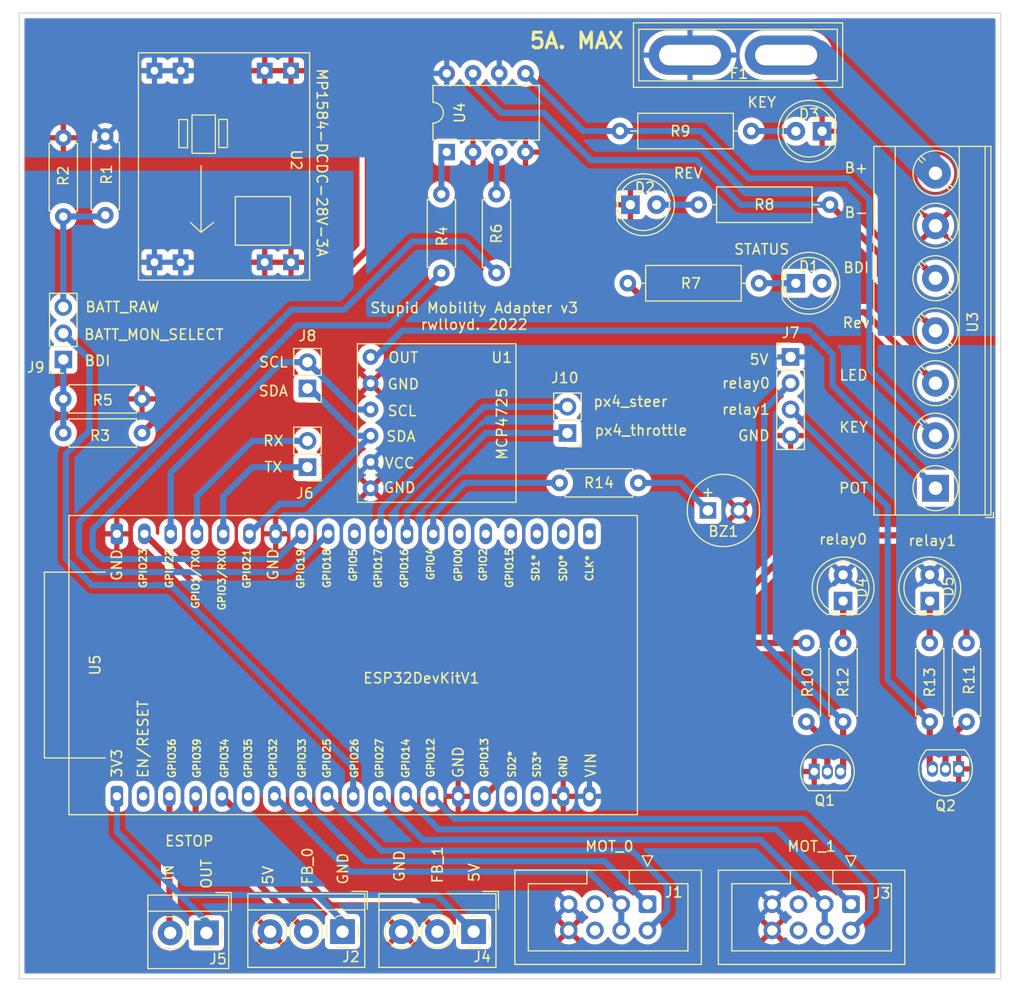
<source format=kicad_pcb>
(kicad_pcb (version 20211014) (generator pcbnew)
  (title_block (date "jeu. 02 avril 2015"))
  (layers (0 "F.Cu" signal) (31 "B.Cu" signal) (34 "B.Paste" user) (35 "F.Paste" user) (36 "B.SilkS" user "B.Silkscreen") (37 "F.SilkS" user "F.Silkscreen") (38 "B.Mask" user) (39 "F.Mask" user) (44 "Edge.Cuts" user))
  (net 0 "")
  (net 1 "/TX")
  (net 2 "/RX")
  (net 4 "/ACT0_FB")
  (net 5 "/ACT1_FB")
  (net 6 "/ESTOP_IN")
  (net 7 "/BTS0_IS")
  (net 8 "/MOB_EN")
  (net 10 "/MOB_DIR")
  (net 11 "/SDA")
  (net 12 "/BTS0_EN")
  (net 13 "/SCL")
  (net 14 "/BTS0_RPWM")
  (net 15 "/BATT_MON")
  (net 16 "/BTS0_LPWM")
  (net 17 "/BTS1_EN")
  (net 18 "VDD")
  (net 19 "/BTS1_RPWM")
  (net 21 "/BTS1_LPWM")
  (net 22 "Net-(D1-Pad1)")
  (net 23 "/KEY_SW")
  (net 24 "Net-(F1-Pad2)")
  (net 25 "/B+")
  (net 26 "/VOUT")
  (net 27 "/relay0")
  (net 28 "/relay1")
  (net 31 "Net-(BZ1-Pad1)")
  (net 34 "/px_throttle")
  (net 38 "/px_steer")
  (net 39 "/BDI")
  (net 40 "/BATT_DIV")
  (net 41 "/BATT_BDI")
  (net 42 "Net-(D2-Pad2)")
  (net 43 "Net-(D3-Pad2)")
  (net 44 "Net-(D4-Pad1)")
  (net 45 "Net-(D5-Pad1)")
  (net 46 "Net-(J7-Pad2)")
  (net 47 "Net-(J7-Pad3)")
  (net 48 "Net-(Q1-Pad2)")
  (net 49 "Net-(Q2-Pad2)")
  (net 50 "Net-(R4-Pad1)")
  (net 51 "Net-(R6-Pad1)")
  (net 52 "Net-(R7-Pad1)")
  (net 53 "/REV")
  (net 54 "-BATT")
  (net 55 "+BATT")
  (net 56 "Net-(R14-Pad2)")
  (net 59 "+3V3")
  (footprint "Resistor_THT:R_Axial_DIN0207_L6.3mm_D2.5mm_P7.62mm_Horizontal" (layer "F.Cu") (at 201.676 69.596 -90)
    (fp_text reference "R4" (at 4.064 -0.062 90) (layer "F.SilkS"))
    (fp_text value "100")
    (pad "1" thru_hole circle locked (at 0 0 270) (size 1.6 1.6) (drill 0.8) (layers *.Cu *.Mask) (net 50 "Net-(R4-Pad1)"))
    (pad "2" thru_hole oval locked (at 7.62 0 270) (size 1.6 1.6) (drill 0.8) (layers *.Cu *.Mask) (net 10 "/MOB_DIR"))
  )
  (footprint "Resistor_THT:R_Axial_DIN0309_L9.0mm_D3.2mm_P12.70mm_Horizontal" (layer "F.Cu") (at 226.568 70.612)
    (fp_text reference "R8" (at 6.35 0) (layer "F.SilkS"))
    (fp_text value "2k4")
    (pad "1" thru_hole circle locked (at 0 0) (size 1.6 1.6) (drill 0.8) (layers *.Cu *.Mask) (net 42 "Net-(D2-Pad2)"))
    (pad "2" thru_hole oval locked (at 12.7 0) (size 1.6 1.6) (drill 0.8) (layers *.Cu *.Mask) (net 53 "/REV"))
  )
  (footprint "TerminalBlock_Phoenix:TerminalBlock_Phoenix_MKDS-3-7-5.08_1x07_P5.08mm_Horizontal" (layer "F.Cu") (at 249.474 98.049 90)
    (fp_text reference "U3" (at 16.069 3.6005 90) (layer "F.SilkS"))
    (fp_text value "stupid-curtis-unit-basic")
    (pad "1" thru_hole rect locked (at 0 0 90) (size 2.6 2.6) (drill 1.3) (layers *.Cu *.Mask) (net 26 "/VOUT"))
    (pad "2" thru_hole circle locked (at 5.08 0 90) (size 2.6 2.6) (drill 1.3) (layers *.Cu *.Mask) (net 23 "/KEY_SW"))
    (pad "3" thru_hole circle locked (at 10.16 0 90) (size 2.6 2.6) (drill 1.3) (layers *.Cu *.Mask) (net 52 "Net-(R7-Pad1)"))
    (pad "4" thru_hole circle locked (at 15.24 0 90) (size 2.6 2.6) (drill 1.3) (layers *.Cu *.Mask) (net 53 "/REV"))
    (pad "5" thru_hole circle locked (at 20.32 0 90) (size 2.6 2.6) (drill 1.3) (layers *.Cu *.Mask) (net 39 "/BDI"))
    (pad "6" thru_hole circle locked (at 25.4 0 90) (size 2.6 2.6) (drill 1.3) (layers *.Cu *.Mask) (net 54 "-BATT"))
    (pad "7" thru_hole circle locked (at 30.48 0 90) (size 2.6 2.6) (drill 1.3) (layers *.Cu *.Mask) (net 24 "Net-(F1-Pad2)"))
  )
  (footprint "Resistor_THT:R_Axial_DIN0207_L6.3mm_D2.5mm_P7.62mm_Horizontal" (layer "F.Cu") (at 236.982 113.03 -90)
    (fp_text reference "R10" (at 3.81 -0.123 90) (layer "F.SilkS"))
    (fp_text value "R1K")
    (pad "1" thru_hole circle locked (at 0 0 270) (size 1.6 1.6) (drill 0.8) (layers *.Cu *.Mask) (net 27 "/relay0"))
    (pad "2" thru_hole oval locked (at 7.62 0 270) (size 1.6 1.6) (drill 0.8) (layers *.Cu *.Mask) (net 48 "Net-(Q1-Pad2)"))
  )
  (footprint "LED_THT:LED_D5.0mm" (layer "F.Cu") (at 240.538 108.971 90)
    (fp_text reference "D4" (at 1.275 1.778 90) (layer "F.SilkS"))
    (fp_text value "LED")
    (pad "1" thru_hole rect locked (at 0 0 90) (size 1.8 1.8) (drill 0.9) (layers *.Cu *.Mask) (net 44 "Net-(D4-Pad1)"))
    (pad "2" thru_hole circle locked (at 2.54 0 90) (size 1.8 1.8) (drill 0.9) (layers *.Cu *.Mask) (net 18 "VDD"))
  )
  (footprint "Resistor_THT:R_Axial_DIN0207_L6.3mm_D2.5mm_P7.62mm_Horizontal" (layer "F.Cu") (at 220.726 97.536 180)
    (fp_text reference "R14" (at 3.81 0) (layer "F.SilkS"))
    (fp_text value "100")
    (pad "1" thru_hole circle locked (at 0 0 180) (size 1.6 1.6) (drill 0.8) (layers *.Cu *.Mask) (net 31 "Net-(BZ1-Pad1)"))
    (pad "2" thru_hole oval locked (at 7.62 0 180) (size 1.6 1.6) (drill 0.8) (layers *.Cu *.Mask) (net 56 "Net-(R14-Pad2)"))
  )
  (footprint "Connector_PinHeader_2.54mm:PinHeader_1x02_P2.54mm_Vertical" (layer "F.Cu") (at 213.868 92.71 180)
    (fp_text reference "J10" (at 0.254 5.334) (layer "F.SilkS"))
    (fp_text value "UART")
    (pad "1" thru_hole rect locked (at 0 0 180) (size 1.7 1.7) (drill 1) (layers *.Cu *.Mask) (net 34 "/px_throttle"))
    (pad "2" thru_hole oval locked (at 0 2.54 180) (size 1.7 1.7) (drill 1) (layers *.Cu *.Mask) (net 38 "/px_steer"))
  )
  (footprint "Resistor_THT:R_Axial_DIN0207_L6.3mm_D2.5mm_P7.62mm_Horizontal" (layer "F.Cu") (at 248.92 113.03 -90)
    (fp_text reference "R13" (at 3.81 0 90) (layer "F.SilkS"))
    (fp_text value "R1K")
    (pad "1" thru_hole circle locked (at 0 0 270) (size 1.6 1.6) (drill 0.8) (layers *.Cu *.Mask) (net 45 "Net-(D5-Pad1)"))
    (pad "2" thru_hole oval locked (at 7.62 0 270) (size 1.6 1.6) (drill 0.8) (layers *.Cu *.Mask) (net 47 "Net-(J7-Pad3)"))
  )
  (footprint "Package_TO_SOT_THT:TO-92_Inline" (layer "F.Cu") (at 251.714 125.222 180)
    (fp_text reference "Q2" (at 1.27 -3.56) (layer "F.SilkS"))
    (fp_text value "2N3904")
    (pad "1" thru_hole rect locked (at 0 0 180) (size 1.05 1.5) (drill 0.75) (layers *.Cu *.Mask) (net 54 "-BATT"))
    (pad "2" thru_hole oval locked (at 1.27 0 180) (size 1.05 1.5) (drill 0.75) (layers *.Cu *.Mask) (net 49 "Net-(Q2-Pad2)"))
    (pad "3" thru_hole oval locked (at 2.54 0 180) (size 1.05 1.5) (drill 0.75) (layers *.Cu *.Mask) (net 47 "Net-(J7-Pad3)"))
  )
  (footprint "Connector_PinSocket_2.54mm:PinSocket_1x03_P2.54mm_Vertical" (layer "F.Cu") (at 165.1 85.598 180)
    (fp_text reference "J9" (at 2.667 -0.762) (layer "F.SilkS"))
    (fp_text value "BATT_MON_SELECT" (at -8.763 2.413) (layer "F.SilkS"))
    (pad "1" thru_hole rect locked (at 0 0 180) (size 1.7 1.7) (drill 1) (layers *.Cu *.Mask) (net 41 "/BATT_BDI"))
    (pad "2" thru_hole oval locked (at 0 2.54 180) (size 1.7 1.7) (drill 1) (layers *.Cu *.Mask) (net 15 "/BATT_MON"))
    (pad "3" thru_hole oval locked (at 0 5.08 180) (size 1.7 1.7) (drill 1) (layers *.Cu *.Mask) (net 40 "/BATT_DIV"))
  )
  (footprint "Resistor_THT:R_Axial_DIN0207_L6.3mm_D2.5mm_P7.62mm_Horizontal" (layer "F.Cu") (at 165.1 89.408)
    (fp_text reference "R5" (at 3.81 0.127) (layer "F.SilkS"))
    (fp_text value "R1K")
    (pad "1" thru_hole circle locked (at 0 0) (size 1.6 1.6) (drill 0.8) (layers *.Cu *.Mask) (net 41 "/BATT_BDI"))
    (pad "2" thru_hole oval locked (at 7.62 0) (size 1.6 1.6) (drill 0.8) (layers *.Cu *.Mask) (net 54 "-BATT"))
  )
  (footprint "Resistor_THT:R_Axial_DIN0309_L9.0mm_D3.2mm_P12.70mm_Horizontal" (layer "F.Cu") (at 231.648 63.481 180)
    (fp_text reference "R9" (at 6.858 -0.019 180) (layer "F.SilkS"))
    (fp_text value "2k4")
    (pad "1" thru_hole circle locked (at 0 0 180) (size 1.6 1.6) (drill 0.8) (layers *.Cu *.Mask) (net 43 "Net-(D3-Pad2)"))
    (pad "2" thru_hole oval locked (at 12.7 0 180) (size 1.6 1.6) (drill 0.8) (layers *.Cu *.Mask) (net 23 "/KEY_SW"))
  )
  (footprint "LED_THT:LED_D5.0mm" (layer "F.Cu") (at 248.92 108.971 90)
    (fp_text reference "D5" (at 1.402 1.778 90) (layer "F.SilkS"))
    (fp_text value "LED")
    (pad "1" thru_hole rect locked (at 0 0 90) (size 1.8 1.8) (drill 0.9) (layers *.Cu *.Mask) (net 45 "Net-(D5-Pad1)"))
    (pad "2" thru_hole circle locked (at 2.54 0 90) (size 1.8 1.8) (drill 0.9) (layers *.Cu *.Mask) (net 18 "VDD"))
  )
  (footprint "TerminalBlock_4Ucon:TerminalBlock_4Ucon_1x03_P3.50mm_Horizontal" (layer "F.Cu") (at 192.11125 140.97 180)
    (fp_text reference "J2" (at -0.818 -2.44) (layer "F.SilkS"))
    (fp_text value "Act0-FB")
    (pad "1" thru_hole rect locked (at 0 0 180) (size 2.4 2.4) (drill 1.2) (layers *.Cu *.Mask) (net 59 "+3V3"))
    (pad "2" thru_hole circle locked (at 3.5 0 180) (size 2.4 2.4) (drill 1.2) (layers *.Cu *.Mask) (net 4 "/ACT0_FB"))
    (pad "3" thru_hole circle locked (at 7 0 180) (size 2.4 2.4) (drill 1.2) (layers *.Cu *.Mask) (net 54 "-BATT"))
  )
  (footprint "Connector_PinHeader_2.54mm:PinHeader_1x02_P2.54mm_Vertical" (layer "F.Cu") (at 188.722 96.012 180)
    (fp_text reference "J6" (at 0.254 -2.535) (layer "F.SilkS"))
    (fp_text value "UART")
    (pad "1" thru_hole rect locked (at 0 0 180) (size 1.7 1.7) (drill 1) (layers *.Cu *.Mask) (net 1 "/TX"))
    (pad "2" thru_hole oval locked (at 0 2.54 180) (size 1.7 1.7) (drill 1) (layers *.Cu *.Mask) (net 2 "/RX"))
  )
  (footprint "LED_THT:LED_D5.0mm" (layer "F.Cu") (at 238.506 63.5 180)
    (fp_text reference "D3" (at 1.27 1.651) (layer "F.SilkS"))
    (fp_text value "KEY")
    (pad "1" thru_hole rect locked (at 0 0 180) (size 1.8 1.8) (drill 0.9) (layers *.Cu *.Mask) (net 54 "-BATT"))
    (pad "2" thru_hole circle locked (at 2.54 0 180) (size 1.8 1.8) (drill 0.9) (layers *.Cu *.Mask) (net 43 "Net-(D3-Pad2)"))
  )
  (footprint "Connector_PinHeader_2.54mm:PinHeader_1x04_P2.54mm_Vertical" (layer "F.Cu") (at 235.458 85.344)
    (fp_text reference "J7" (at 0 -2.33) (layer "F.SilkS"))
    (fp_text value "Relays")
    (pad "1" thru_hole rect locked (at 0 0) (size 1.7 1.7) (drill 1) (layers *.Cu *.Mask) (net 18 "VDD"))
    (pad "2" thru_hole oval locked (at 0 2.54) (size 1.7 1.7) (drill 1) (layers *.Cu *.Mask) (net 46 "Net-(J7-Pad2)"))
    (pad "3" thru_hole oval locked (at 0 5.08) (size 1.7 1.7) (drill 1) (layers *.Cu *.Mask) (net 47 "Net-(J7-Pad3)"))
    (pad "4" thru_hole oval locked (at 0 7.62) (size 1.7 1.7) (drill 1) (layers *.Cu *.Mask) (net 54 "-BATT"))
  )
  (footprint "Connector_PinHeader_2.54mm:PinHeader_1x02_P2.54mm_Vertical" (layer "F.Cu") (at 188.722 88.397 180)
    (fp_text reference "J8" (at 0 5.085) (layer "F.SilkS"))
    (fp_text value "I2C")
    (pad "1" thru_hole rect locked (at 0 0 180) (size 1.7 1.7) (drill 1) (layers *.Cu *.Mask) (net 11 "/SDA"))
    (pad "2" thru_hole oval locked (at 0 2.54 180) (size 1.7 1.7) (drill 1) (layers *.Cu *.Mask) (net 13 "/SCL"))
  )
  (footprint "Package_DIP:DIP-8_W7.62mm" (layer "F.Cu") (at 202.194 65.522 90)
    (fp_text reference "U4" (at 3.81 1.26 90) (layer "F.SilkS"))
    (fp_text value "DUAL-OPTO")
    (pad "1" thru_hole rect locked (at 0 0 90) (size 1.6 1.6) (drill 0.8) (layers *.Cu *.Mask) (net 50 "Net-(R4-Pad1)"))
    (pad "2" thru_hole oval locked (at 0 2.54 90) (size 1.6 1.6) (drill 0.8) (layers *.Cu *.Mask) (net 54 "-BATT"))
    (pad "3" thru_hole oval locked (at 0 5.08 90) (size 1.6 1.6) (drill 0.8) (layers *.Cu *.Mask) (net 51 "Net-(R6-Pad1)"))
    (pad "4" thru_hole oval locked (at 0 7.62 90) (size 1.6 1.6) (drill 0.8) (layers *.Cu *.Mask) (net 54 "-BATT"))
    (pad "5" thru_hole oval locked (at 7.62 7.62 90) (size 1.6 1.6) (drill 0.8) (layers *.Cu *.Mask) (net 23 "/KEY_SW"))
    (pad "6" thru_hole oval locked (at 7.62 5.08 90) (size 1.6 1.6) (drill 0.8) (layers *.Cu *.Mask) (net 55 "+BATT"))
    (pad "7" thru_hole oval locked (at 7.62 2.54 90) (size 1.6 1.6) (drill 0.8) (layers *.Cu *.Mask) (net 53 "/REV"))
    (pad "8" thru_hole oval locked (at 7.62 0 90) (size 1.6 1.6) (drill 0.8) (layers *.Cu *.Mask) (net 55 "+BATT"))
  )
  (footprint "Resistor_THT:R_Axial_DIN0207_L6.3mm_D2.5mm_P7.62mm_Horizontal" (layer "F.Cu") (at 169.164 64.008 -90)
    (fp_text reference "R1" (at 3.683 -0.127 90) (layer "F.SilkS"))
    (fp_text value "R10K")
    (pad "1" thru_hole circle locked (at 0 0 270) (size 1.6 1.6) (drill 0.8) (layers *.Cu *.Mask) (net 55 "+BATT"))
    (pad "2" thru_hole oval locked (at 7.62 0 270) (size 1.6 1.6) (drill 0.8) (layers *.Cu *.Mask) (net 40 "/BATT_DIV"))
  )
  (footprint "LED_THT:LED_D5.0mm" (layer "F.Cu") (at 235.961 78.213)
    (fp_text reference "D1" (at 1.275 -1.632) (layer "F.SilkS"))
    (fp_text value "STAT")
    (pad "1" thru_hole rect locked (at 0 0) (size 1.8 1.8) (drill 0.9) (layers *.Cu *.Mask) (net 22 "Net-(D1-Pad1)"))
    (pad "2" thru_hole circle locked (at 2.54 0) (size 1.8 1.8) (drill 0.9) (layers *.Cu *.Mask) (net 25 "/B+"))
  )
  (footprint "Resistor_THT:R_Axial_DIN0207_L6.3mm_D2.5mm_P7.62mm_Horizontal" (layer "F.Cu") (at 172.72 92.71 180)
    (fp_text reference "R3" (at 4.064 -0.254) (layer "F.SilkS"))
    (fp_text value "R2K")
    (pad "1" thru_hole circle locked (at 0 0 180) (size 1.6 1.6) (drill 0.8) (layers *.Cu *.Mask) (net 39 "/BDI"))
    (pad "2" thru_hole oval locked (at 7.62 0 180) (size 1.6 1.6) (drill 0.8) (layers *.Cu *.Mask) (net 41 "/BATT_BDI"))
  )
  (footprint "Resistor_THT:R_Axial_DIN0207_L6.3mm_D2.5mm_P7.62mm_Horizontal" (layer "F.Cu") (at 252.476 113.03 -90)
    (fp_text reference "R11" (at 3.556 -0.254 90) (layer "F.SilkS"))
    (fp_text value "R1K")
    (pad "1" thru_hole circle locked (at 0 0 270) (size 1.6 1.6) (drill 0.8) (layers *.Cu *.Mask) (net 28 "/relay1"))
    (pad "2" thru_hole oval locked (at 7.62 0 270) (size 1.6 1.6) (drill 0.8) (layers *.Cu *.Mask) (net 49 "Net-(Q2-Pad2)"))
  )
  (footprint "Resistor_THT:R_Axial_DIN0309_L9.0mm_D3.2mm_P12.70mm_Horizontal" (layer "F.Cu") (at 219.71 78.213)
    (fp_text reference "R7" (at 6.096 0.019) (layer "F.SilkS"))
    (fp_text value "2k4")
    (pad "1" thru_hole circle locked (at 0 0) (size 1.6 1.6) (drill 0.8) (layers *.Cu *.Mask) (net 52 "Net-(R7-Pad1)"))
    (pad "2" thru_hole oval locked (at 12.7 0) (size 1.6 1.6) (drill 0.8) (layers *.Cu *.Mask) (net 22 "Net-(D1-Pad1)"))
  )
  (footprint "stuipid-electronics-components:ESP32-DevKitV1" (layer "F.Cu") (at 170.27995 127.87 90)
    (fp_text reference "U5" (at 12.70368 -2.09728 90) (layer "F.SilkS"))
    (fp_text value "ESP32DevKitV1" (at 11.43 29.464) (layer "F.SilkS"))
    (fp_text user "EN/RESET" (at 9.398 2.54 90 unlocked) (layer "F.SilkS") (effects (justify right)))
    (fp_text user "CLK*" (at 20.732667 45.72 90 unlocked) (layer "F.SilkS") (effects (font (size 0.7 0.7)) (justify left)))
    (fp_text user "VIN" (at 1.72419 45.847 90 unlocked) (layer "F.SilkS") (effects (justify left)))
    (fp_text user "SD3*" (at 1.72419 40.64 90 unlocked) (layer "F.SilkS") (effects (font (size 0.7 0.7)) (justify left)))
    (fp_text user "GPIO3/RX0" (at 24.003 10.16 90 unlocked) (layer "F.SilkS") (effects (font (size 0.7 0.7)) (justify right)))
    (fp_text user "GPIO26" (at 5.67419 22.987 90 unlocked) (layer "F.SilkS") (effects (font (size 0.7 0.7)) (justify right)))
    (fp_text user "SD0*" (at 20.701 43.18 90 unlocked) (layer "F.SilkS") (effects (font (size 0.7 0.7)) (justify left)))
    (fp_text user "GPIO36" (at 5.67419 5.334 90 unlocked) (layer "F.SilkS") (effects (font (size 0.7 0.7)) (justify right)))
    (fp_text user "GND" (at 4.921809 33.02 90 unlocked) (layer "F.SilkS") (effects (justify right)))
    (fp_text user "GPIO0" (at 24.016 33.02 90 unlocked) (layer "F.SilkS") (effects (font (size 0.7 0.7)) (justify right)))
    (fp_text user "GPIO13" (at 1.72419 35.56 90 unlocked) (layer "F.SilkS") (effects (font (size 0.7 0.7)) (justify left)))
    (fp_text user "GPIO21" (at 24.016 12.573 90 unlocked) (layer "F.SilkS") (effects (font (size 0.7 0.7)) (justify right)))
    (fp_text user "3V3" (at 1.72419 0 90 unlocked) (layer "F.SilkS") (effects (justify left)))
    (fp_text user "GPIO4" (at 20.828 30.353 90 unlocked) (layer "F.SilkS") (effects (font (size 0.7 0.7)) (justify left)))
    (fp_text user "GPIO1/TX0" (at 24.003 7.62 90 unlocked) (layer "F.SilkS") (effects (font (size 0.7 0.7)) (justify right)))
    (fp_text user "GND" (at 24.003 0 90 unlocked) (layer "F.SilkS") (effects (justify right)))
    (fp_text user "GND" (at 1.72419 43.18 90 unlocked) (layer "F.SilkS") (effects (font (size 0.7 0.7)) (justify left)))
    (fp_text user "GPIO14" (at 5.67419 27.94 90 unlocked) (layer "F.SilkS") (effects (font (size 0.7 0.7)) (justify right)))
    (fp_text user "SD2*" (at 1.72419 38.227 90 unlocked) (layer "F.SilkS") (effects (font (size 0.7 0.7)) (justify left)))
    (fp_text user "GPIO18" (at 20.066 20.32 90 unlocked) (layer "F.SilkS") (effects (font (size 0.7 0.7)) (justify left)))
    (fp_text user "GPIO33" (at 5.67419 17.907 90 unlocked) (layer "F.SilkS") (effects (font (size 0.7 0.7)) (justify right)))
    (fp_text user "GPIO25" (at 5.67419 20.32 90 unlocked) (layer "F.SilkS") (effects (font (size 0.7 0.7)) (justify right)))
    (fp_text user "GPIO12" (at 1.72419 30.353 90 unlocked) (layer "F.SilkS") (effects (font (size 0.7 0.7)) (justify left)))
    (fp_text user "GPIO35" (at 5.67419 12.7 90 unlocked) (layer "F.SilkS") (effects (font (size 0.7 0.7)) (justify right)))
    (fp_text user "GND" (at 20.818381 15.113 90 unlocked) (layer "F.SilkS") (effects (justify left)))
    (fp_text user "GPIO27" (at 5.67419 25.4 90 unlocked) (layer "F.SilkS") (effects (font (size 0.7 0.7)) (justify right)))
    (fp_text user "GPIO32" (at 5.67419 15.113 90 unlocked) (layer "F.SilkS") (effects (font (size 0.7 0.7)) (justify right)))
    (fp_text user "GPIO15" (at 20.066 37.973 90 unlocked) (layer "F.SilkS") (effects (font (size 0.7 0.7)) (justify left)))
    (fp_text user "GPIO5" (at 20.701 22.86 90 unlocked) (layer "F.SilkS") (effects (font (size 0.7 0.7)) (justify left)))
    (fp_text user "GPIO16" (at 20.066 27.813 90 unlocked) (layer "F.SilkS") (effects (font (size 0.7 0.7)) (justify left)))
    (fp_text user "GPIO19" (at 24.003 17.78 90 unlocked) (layer "F.SilkS") (effects (font (size 0.7 0.7)) (justify right)))
    (fp_text user "GPIO23" (at 20.066 2.54 90 unlocked) (layer "F.SilkS") (effects (font (size 0.7 0.7)) (justify left)))
    (fp_text user "GPIO39" (at 5.67419 7.747 90 unlocked) (layer "F.SilkS") (effects (font (size 0.7 0.7)) (justify right)))
    (fp_text user "GPIO17" (at 20.066 25.273 90 unlocked) (layer "F.SilkS") (effects (font (size 0.7 0.7)) (justify left)))
    (fp_text user "GPIO34" (at 5.67419 10.414 90 unlocked) (layer "F.SilkS") (effects (font (size 0.7 0.7)) (justify right)))
    (fp_text user "GPIO2" (at 20.732667 35.433 90 unlocked) (layer "F.SilkS") (effects (font (size 0.7 0.7)) (justify left)))
    (fp_text user "GPIO22" (at 20.066 5.08 90 unlocked) (layer "F.SilkS") (effects (font (size 0.7 0.7)) (justify left)))
    (fp_text user "SD1*" (at 20.732667 40.513 90 unlocked) (layer "F.SilkS") (effects (font (size 0.7 0.7)) (justify left)))
    (pad "1" thru_hole oval (at -0.00368 45.72272 180) (size 1.2 2) (drill 0.8) (layers *.Cu *.Mask) (net 18 "VDD"))
    (pad "2" thru_hole oval (at -0.00368 43.18272 180) (size 1.2 2) (drill 0.8) (layers *.Cu *.Mask) (net 54 "-BATT"))
    (pad "3" thru_hole oval (at -0.00368 40.64272 180) (size 1.2 2) (drill 0.8) (layers *.Cu *.Mask))
    (pad "4" thru_hole oval (at -0.00368 38.10272 180) (size 1.2 2) (drill 0.8) (layers *.Cu *.Mask))
    (pad "5" thru_hole oval (at -0.00368 35.56272 180) (size 1.2 2) (drill 0.8) (layers *.Cu *.Mask) (net 27 "/relay0"))
    (pad "6" thru_hole oval (at -0.00368 33.02272 180) (size 1.2 2) (drill 0.8) (layers *.Cu *.Mask) (net 54 "-BATT"))
    (pad "7" thru_hole oval (at -0.00368 30.48272 180) (size 1.2 2) (drill 0.8) (layers *.Cu *.Mask) (net 21 "/BTS1_LPWM"))
    (pad "8" thru_hole oval (at -0.00368 27.94272 180) (size 1.2 2) (drill 0.8) (layers *.Cu *.Mask) (net 19 "/BTS1_RPWM"))
    (pad "9" thru_hole oval (at -0.00368 25.40272 180) (size 1.2 2) (drill 0.8) (layers *.Cu *.Mask) (net 17 "/BTS1_EN"))
    (pad "10" thru_hole oval (at -0.00368 22.86272 180) (size 1.2 2) (drill 0.8) (layers *.Cu *.Mask) (net 15 "/BATT_MON"))
    (pad "11" thru_hole oval (at -0.00368 20.32272 180) (size 1.2 2) (drill 0.8) (layers *.Cu *.Mask) (net 16 "/BTS0_LPWM"))
    (pad "12" thru_hole oval (at -0.00368 17.78272 180) (size 1.2 2) (drill 0.8) (layers *.Cu *.Mask) (net 14 "/BTS0_RPWM"))
    (pad "13" thru_hole oval (at -0.00368 15.24272 180) (size 1.2 2) (drill 0.8) (layers *.Cu *.Mask) (net 12 "/BTS0_EN"))
    (pad "14" thru_hole oval (at -0.00368 12.70272 180) (size 1.2 2) (drill 0.8) (layers *.Cu *.Mask) (net 7 "/BTS0_IS"))
    (pad "15" thru_hole oval (at -0.00368 10.16272 180) (size 1.2 2) (drill 0.8) (layers *.Cu *.Mask) (net 5 "/ACT1_FB"))
    (pad "16" thru_hole oval (at -0.00368 7.62272 180) (size 1.2 2) (drill 0.8) (layers *.Cu *.Mask) (net 4 "/ACT0_FB"))
    (pad "17" thru_hole oval (at -0.00368 5.08272 180) (size 1.2 2) (drill 0.8) (layers *.Cu *.Mask) (net 6 "/ESTOP_IN"))
    (pad "18" thru_hole oval (at -0.00368 2.54272 180) (size 1.2 2) (drill 0.8) (layers *.Cu *.Mask))
    (pad "19" thru_hole roundrect (at 0 0.00544) (size 1.2 2) (drill 0.8) (layers *.Cu *.Mask) (net 59 "+3V3"))
    (pad "20" thru_hole roundrect (at 25.4 -0.00272) (size 1.2 2) (drill 0.8) (layers *.Cu *.Mask) (net 54 "-BATT"))
    (pad "21" thru_hole oval (at 25.4 2.667 180) (size 1.2 2) (drill 0.8) (layers *.Cu *.Mask) (net 28 "/relay1"))
    (pad "22" thru_hole oval (at 25.4 5.207 180) (size 1.2 2) (drill 0.8) (layers *.Cu *.Mask) (net 13 "/SCL"))
    (pad "23" thru_hole oval (at 25.4 7.747 180) (size 1.2 2) (drill 0.8) (layers *.Cu *.Mask) (net 2 "/RX"))
    (pad "24" thru_hole oval (at 25.4 10.287 180) (size 1.2 2) (drill 0.8) (layers *.Cu *.Mask) (net 1 "/TX"))
    (pad "25" thru_hole oval (at 25.4 12.827 180) (size 1.2 2) (drill 0.8) (layers *.Cu *.Mask) (net 11 "/SDA"))
    (pad "26" thru_hole oval (at 25.4 15.367 180) (size 1.2 2) (drill 0.8) (layers *.Cu *.Mask) (net 54 "-BATT"))
    (pad "27" thru_hole oval (at 25.4 17.907 180) (size 1.2 2) (drill 0.8) (layers *.Cu *.Mask) (net 10 "/MOB_DIR"))
    (pad "28" thru_hole oval (at 25.4 20.447 180) (size 1.2 2) (drill 0.8) (layers *.Cu *.Mask) (net 8 "/MOB_EN"))
    (pad "29" thru_hole oval (at 25.4 22.987 180) (size 1.2 2) (drill 0.8) (layers *.Cu *.Mask))
    (pad "30" thru_hole oval (at 25.4 25.527 180) (size 1.2 2) (drill 0.8) (layers *.Cu *.Mask) (net 38 "/px_steer"))
    (pad "31" thru_hole oval (at 25.4 28.067 180) (size 1.2 2) (drill 0.8) (layers *.Cu *.Mask) (net 34 "/px_throttle"))
    (pad "32" thru_hole oval (at 25.4 30.607 180) (size 1.2 2) (drill 0.8) (layers *.Cu *.Mask) (net 56 "Net-(R14-Pad2)"))
    (pad "33" thru_hole oval (at 25.4 33.147 180) (size 1.2 2) (drill 0.8) (layers *.Cu *.Mask))
    (pad "34" thru_hole oval (at 25.4 35.687 180) (size 1.2 2) (drill 0.8) (layers *.Cu *.Mask))
    (pad "35" thru_hole oval (at 25.4 38.1 180) (size 1.2 2) (drill 0.8) (layers *.Cu *.Mask))
    (pad "36" thru_hole oval (at 25.4 40.64 180) (size 1.2 2) (drill 0.8) (layers *.Cu *.Mask))
    (pad "37" thru_hole oval (at 25.4 43.18 180) (size 1.2 2) (drill 0.8) (layers *.Cu *.Mask))
    (pad "38" thru_hole roundrect (at 25.4 45.72 180) (size 1.2 2) (drill 0.8) (layers *.Cu *.Mask))
  )
  (footprint "TerminalBlock_4Ucon:TerminalBlock_4Ucon_1x03_P3.50mm_Horizontal" (layer "F.Cu") (at 204.795 140.97 180)
    (fp_text reference "J4" (at -0.818 -2.44) (layer "F.SilkS"))
    (fp_text value "Act1-FB")
    (pad "1" thru_hole rect locked (at 0 0 180) (size 2.4 2.4) (drill 1.2) (layers *.Cu *.Mask) (net 59 "+3V3"))
    (pad "2" thru_hole circle locked (at 3.5 0 180) (size 2.4 2.4) (drill 1.2) (layers *.Cu *.Mask) (net 5 "/ACT1_FB"))
    (pad "3" thru_hole circle locked (at 7 0 180) (size 2.4 2.4) (drill 1.2) (layers *.Cu *.Mask) (net 54 "-BATT"))
  )
  (footprint "LED_THT:LED_D5.0mm" (layer "F.Cu") (at 219.959 70.612)
    (fp_text reference "D2" (at 1.402 -1.651) (layer "F.SilkS"))
    (fp_text value "REV")
    (pad "1" thru_hole rect locked (at 0 0) (size 1.8 1.8) (drill 0.9) (layers *.Cu *.Mask) (net 54 "-BATT"))
    (pad "2" thru_hole circle locked (at 2.54 0) (size 1.8 1.8) (drill 0.9) (layers *.Cu *.Mask) (net 42 "Net-(D2-Pad2)"))
  )
  (footprint "stuipid-electronics-components:MPC4725-Sparkfun" (layer "F.Cu") (at 193.548 84.074)
    (fp_text reference "U1" (at 13.97 1.3335 unlocked) (layer "F.SilkS"))
    (fp_text value "MCP4725-Sparkfun")
    (fp_text user "GND" (at 4.445 3.9116 unlocked) (layer "F.SilkS"))
    (fp_text user "MCP4725" (at 13.9954 7.747 90 unlocked) (layer "F.SilkS"))
    (fp_text user "OUT" (at 4.445 1.3335 unlocked) (layer "F.SilkS"))
    (fp_text user "SDA" (at 4.2164 8.9662 unlocked) (layer "F.SilkS"))
    (fp_text user "SCL" (at 4.318 6.5024 unlocked) (layer "F.SilkS"))
    (fp_text user "VCC" (at 4.0894 11.557 unlocked) (layer "F.SilkS"))
    (fp_text user "GND" (at 4.0894 13.9192 unlocked) (layer "F.SilkS"))
    (pad "1" thru_hole circle locked (at 1.28 1.28) (size 1.524 1.524) (drill 0.762) (layers *.Cu *.Mask) (net 26 "/VOUT"))
    (pad "2" thru_hole circle locked (at 1.28 3.82) (size 1.524 1.524) (drill 0.762) (layers *.Cu *.Mask) (net 54 "-BATT"))
    (pad "3" thru_hole circle locked (at 1.28 6.36) (size 1.524 1.524) (drill 0.762) (layers *.Cu *.Mask) (net 13 "/SCL"))
    (pad "4" thru_hole circle locked (at 1.28 8.9) (size 1.524 1.524) (drill 0.762) (layers *.Cu *.Mask) (net 11 "/SDA"))
    (pad "5" thru_hole circle locked (at 1.28 11.44) (size 1.524 1.524) (drill 0.762) (layers *.Cu *.Mask) (net 18 "VDD"))
    (pad "6" thru_hole circle locked (at 1.28 13.98) (size 1.524 1.524) (drill 0.762) (layers *.Cu *.Mask) (net 54 "-BATT"))
  )
  (footprint "Resistor_THT:R_Axial_DIN0207_L6.3mm_D2.5mm_P7.62mm_Horizontal" (layer "F.Cu") (at 165.1 71.755 90)
    (fp_text reference "R2" (at 3.937 0 90) (layer "F.SilkS"))
    (fp_text value "R1K5")
    (pad "1" thru_hole circle locked (at 0 0 90) (size 1.6 1.6) (drill 0.8) (layers *.Cu *.Mask) (net 40 "/BATT_DIV"))
    (pad "2" thru_hole oval locked (at 7.62 0 90) (size 1.6 1.6) (drill 0.8) (layers *.Cu *.Mask) (net 54 "-BATT"))
  )
  (footprint "TerminalBlock_4Ucon:TerminalBlock_4Ucon_1x02_P3.50mm_Horizontal" (layer "F.Cu") (at 178.9425 141.0875 180)
    (fp_text reference "J5" (at -1.115 -2.54) (layer "F.SilkS"))
    (fp_text value "ESTOP_INPUT")
    (pad "1" thru_hole rect locked (at 0 0 180) (size 2.4 2.4) (drill 1.2) (layers *.Cu *.Mask) (net 59 "+3V3"))
    (pad "2" thru_hole circle locked (at 3.5 0 180) (size 2.4 2.4) (drill 1.2) (layers *.Cu *.Mask) (net 6 "/ESTOP_IN"))
  )
  (footprint "Connector_IDC:IDC-Header_2x04_P2.54mm_Vertical" (layer "F.Cu") (at 221.615 138.3125 -90)
    (fp_text reference "J1" (at -1.1525 -2.54) (layer "F.SilkS"))
    (fp_text value "BTS7968-0")
    (pad "1" thru_hole roundrect locked (at 0 0 270) (size 1.7 1.7) (drill 1) (layers *.Cu *.Mask) (roundrect_rratio 0.147059) (net 14 "/BTS0_RPWM"))
    (pad "2" thru_hole circle locked (at 2.54 0 270) (size 1.7 1.7) (drill 1) (layers *.Cu *.Mask) (net 16 "/BTS0_LPWM"))
    (pad "3" thru_hole circle locked (at 0 2.54 270) (size 1.7 1.7) (drill 1) (layers *.Cu *.Mask) (net 12 "/BTS0_EN"))
    (pad "4" thru_hole circle locked (at 2.54 2.54 270) (size 1.7 1.7) (drill 1) (layers *.Cu *.Mask) (net 12 "/BTS0_EN"))
    (pad "5" thru_hole circle locked (at 0 5.08 270) (size 1.7 1.7) (drill 1) (layers *.Cu *.Mask) (net 7 "/BTS0_IS"))
    (pad "6" thru_hole circle locked (at 2.54 5.08 270) (size 1.7 1.7) (drill 1) (layers *.Cu *.Mask) (net 7 "/BTS0_IS"))
    (pad "7" thru_hole circle locked (at 0 7.62 270) (size 1.7 1.7) (drill 1) (layers *.Cu *.Mask) (net 18 "VDD"))
    (pad "8" thru_hole circle locked (at 2.54 7.62 270) (size 1.7 1.7) (drill 1) (layers *.Cu *.Mask) (net 54 "-BATT"))
  )
  (footprint "Connector_IDC:IDC-Header_2x04_P2.54mm_Vertical" (layer "F.Cu") (at 241.3 138.3125 -90)
    (fp_text reference "J3" (at -1.048591 -2.96) (layer "F.SilkS"))
    (fp_text value "BTS7968-1")
    (pad "1" thru_hole roundrect locked (at 0 0 270) (size 1.7 1.7) (drill 1) (layers *.Cu *.Mask) (roundrect_rratio 0.147059) (net 19 "/BTS1_RPWM"))
    (pad "2" thru_hole circle locked (at 2.54 0 270) (size 1.7 1.7) (drill 1) (layers *.Cu *.Mask) (net 21 "/BTS1_LPWM"))
    (pad "3" thru_hole circle locked (at 0 2.54 270) (size 1.7 1.7) (drill 1) (layers *.Cu *.Mask) (net 17 "/BTS1_EN"))
    (pad "4" thru_hole circle locked (at 2.54 2.54 270) (size 1.7 1.7) (drill 1) (layers *.Cu *.Mask) (net 17 "/BTS1_EN"))
    (pad "5" thru_hole circle locked (at 0 5.08 270) (size 1.7 1.7) (drill 1) (layers *.Cu *.Mask))
    (pad "6" thru_hole circle locked (at 2.54 5.08 270) (size 1.7 1.7) (drill 1) (layers *.Cu *.Mask))
    (pad "7" thru_hole circle locked (at 0 7.62 270) (size 1.7 1.7) (drill 1) (layers *.Cu *.Mask) (net 18 "VDD"))
    (pad "8" thru_hole circle locked (at 2.54 7.62 270) (size 1.7 1.7) (drill 1) (layers *.Cu *.Mask) (net 54 "-BATT"))
  )
  (footprint "Resistor_THT:R_Axial_DIN0207_L6.3mm_D2.5mm_P7.62mm_Horizontal" (layer "F.Cu") (at 207.01 69.596 -90)
    (fp_text reference "R6" (at 3.81 0 90) (layer "F.SilkS"))
    (fp_text value "100")
    (pad "1" thru_hole circle locked (at 0 0 270) (size 1.6 1.6) (drill 0.8) (layers *.Cu *.Mask) (net 51 "Net-(R6-Pad1)"))
    (pad "2" thru_hole oval locked (at 7.62 0 270) (size 1.6 1.6) (drill 0.8) (layers *.Cu *.Mask) (net 8 "/MOB_EN"))
  )
  (footprint "Package_TO_SOT_THT:TO-92_Inline" (layer "F.Cu") (at 237.744 125.476)
    (fp_text reference "Q1" (at 1.016 2.794) (layer "F.SilkS"))
    (fp_text value "2N3904")
    (pad "1" thru_hole rect locked (at 0 0) (size 1.05 1.5) (drill 0.75) (layers *.Cu *.Mask) (net 54 "-BATT"))
    (pad "2" thru_hole oval locked (at 1.27 0) (size 1.05 1.5) (drill 0.75) (layers *.Cu *.Mask) (net 48 "Net-(Q1-Pad2)"))
    (pad "3" thru_hole oval locked (at 2.54 0) (size 1.05 1.5) (drill 0.75) (layers *.Cu *.Mask) (net 46 "Net-(J7-Pad2)"))
  )
  (footprint "Fuse:Fuse_Blade_ATO_directSolder" (layer "F.Cu") (at 225.728 56.134)
    (fp_text reference "F1" (at 4.728 1.778) (layer "F.SilkS"))
    (fp_text value "Fuse")
    (pad "1" thru_hole oval locked (at 0 0) (size 8 3.8) (drill oval 6 2) (layers *.Cu *.Mask) (net 55 "+BATT"))
    (pad "2" thru_hole oval locked (at 9.3 0) (size 8 3.8) (drill oval 6 2) (layers *.Cu *.Mask) (net 24 "Net-(F1-Pad2)"))
  )
  (footprint "stuipid-electronics-components:MP1584" (layer "F.Cu") (at 180.5225 66.91 -90)
    (fp_text reference "U2" (at -0.635 -7.112 -90 unlocked) (layer "F.SilkS"))
    (fp_text value "MP1584-DCDC-28V-3A" (at -0.362 -9.5965 -90 unlocked) (layer "F.SilkS"))
    (pad "1" thru_hole rect locked (at -9.271 4.064 270) (size 1.524 1.524) (drill 0.762) (layers *.Cu *.Mask) (net 55 "+BATT"))
    (pad "1" thru_hole rect locked (at -9.271 6.604 270) (size 1.524 1.524) (drill 0.762) (layers *.Cu *.Mask) (net 55 "+BATT"))
    (pad "2" thru_hole rect locked (at -9.271 -4.064 270) (size 1.524 1.524) (drill 0.762) (layers *.Cu *.Mask) (net 54 "-BATT"))
    (pad "2" thru_hole rect locked (at -9.271 -6.604 270) (size 1.524 1.524) (drill 0.762) (layers *.Cu *.Mask) (net 54 "-BATT"))
    (pad "3" thru_hole rect locked (at 9.271 -4.064 270) (size 1.524 1.524) (drill 0.762) (layers *.Cu *.Mask) (net 54 "-BATT"))
    (pad "3" thru_hole rect locked (at 9.271 -6.604 270) (size 1.524 1.524) (drill 0.762) (layers *.Cu *.Mask) (net 54 "-BATT"))
    (pad "4" thru_hole rect locked (at 9.271 4.064 270) (size 1.524 1.524) (drill 0.762) (layers *.Cu *.Mask) (net 18 "VDD"))
    (pad "4" thru_hole rect locked (at 9.271 6.604 270) (size 1.524 1.524) (drill 0.762) (layers *.Cu *.Mask) (net 18 "VDD"))
  )
  (footprint "Resistor_THT:R_Axial_DIN0207_L6.3mm_D2.5mm_P7.62mm_Horizontal" (layer "F.Cu") (at 240.538 113.03 -90)
    (fp_text reference "R12" (at 3.81 0 90) (layer "F.SilkS"))
    (fp_text value "R1K")
    (pad "1" thru_hole circle locked (at 0 0 270) (size 1.6 1.6) (drill 0.8) (layers *.Cu *.Mask) (net 44 "Net-(D4-Pad1)"))
    (pad "2" thru_hole oval locked (at 7.62 0 270) (size 1.6 1.6) (drill 0.8) (layers *.Cu *.Mask) (net 46 "Net-(J7-Pad2)"))
  )
  (footprint "stuipid-electronics-components:Buzzer_ABT-460-RC" (layer "F.Cu") (at 227.457 100.203)
    (fp_text reference "BZ1" (at 1.5 2.032) (layer "F.SilkS"))
    (fp_text value "Buzzer")
    (fp_text user "+" (at 0 -1.8) (layer "F.SilkS"))
    (pad "1" thru_hole rect (at 0 0) (size 1.6 1.6) (drill 1) (layers *.Cu *.Mask) (net 31 "Net-(BZ1-Pad1)"))
    (pad "2" thru_hole circle (at 3 0) (size 1.6 1.6) (drill 1) (layers *.Cu *.Mask) (net 54 "-BATT"))
  )
  (gr_rect (start 255.778 52.07) (end 160.8375 145.5325) (layer "Edge.Cuts") (width 0.1) (fill none))
  (gr_text "KEY\n\n" (at 241.554 92.964) (layer "F.SilkS") (effects (font (size 1 1))))
  (gr_text "5V\n" (at 184.912 135.509 90) (layer "F.SilkS") (effects (font (size 1 1))))
  (gr_text "relay0" (at 240.538 102.997) (layer "F.SilkS") (effects (font (size 1 1))))
  (gr_text "GND\n" (at 197.612 134.62 90) (layer "F.SilkS") (effects (font (size 1 1))))
  (gr_text "relay1\n" (at 231.14 90.424) (layer "F.SilkS") (effects (font (size 1 1))))
  (gr_text "BDI\n" (at 241.808 76.708) (layer "F.SilkS") (effects (font (size 1 1))))
  (gr_text "SCL" (at 185.42 85.852) (layer "F.SilkS") (effects (font (size 1 1))))
  (gr_text "SDA" (at 185.42 88.646) (layer "F.SilkS") (effects (font (size 1 1))))
  (gr_text "B+\n" (at 241.808 67.056) (layer "F.SilkS") (effects (font (size 1 1))))
  (gr_text "KEY" (at 232.664 60.706) (layer "F.SilkS") (effects (font (size 1 1))))
  (gr_text "STATUS\n" (at 232.664 74.93) (layer "F.SilkS") (effects (font (size 1 1))))
  (gr_text "px4_throttle\n" (at 220.98 92.456) (layer "F.SilkS") (effects (font (size 1 1))))
  (gr_text "FB_0\n" (at 188.722 134.62 90) (layer "F.SilkS") (effects (font (size 1 1))))
  (gr_text "relay0" (at 231.14 87.884) (layer "F.SilkS") (effects (font (size 1 1))))
  (gr_text "POT" (at 241.554 98.044) (layer "F.SilkS") (effects (font (size 1 1))))
  (gr_text "IN" (at 175.26 135.255 90) (layer "F.SilkS") (effects (font (size 1 1))))
  (gr_text "px4_steer\n" (at 219.964 89.662) (layer "F.SilkS") (effects (font (size 1 1))))
  (gr_text "5V\n" (at 232.41 85.598) (layer "F.SilkS") (effects (font (size 1 1))))
  (gr_text "BATT_RAW" (at 170.815 80.518) (layer "F.SilkS") (effects (font (size 1 1))))
  (gr_text "REV" (at 225.552 67.564) (layer "F.SilkS") (effects (font (size 1 1))))
  (gr_text "Stupid Mobility Adapter v3\nrwlloyd. 2022" (at 204.851 81.407) (layer "F.SilkS") (effects (font (size 1 1))))
  (gr_text "GND\n" (at 192.151 134.874 90) (layer "F.SilkS") (effects (font (size 1 1))))
  (gr_text "GND\n" (at 231.902 92.964) (layer "F.SilkS") (effects (font (size 1 1))))
  (gr_text "ESTOP\n" (at 177.292 132.207) (layer "F.SilkS") (effects (font (size 1 1))))
  (gr_text "B-" (at 241.808 71.374) (layer "F.SilkS") (effects (font (size 1 1))))
  (gr_text "FB_1\n" (at 201.295 134.493 90) (layer "F.SilkS") (effects (font (size 1 1))))
  (gr_text "OUT\n" (at 178.943 135.382 90) (layer "F.SilkS") (effects (font (size 1 1))))
  (gr_text "BDI" (at 168.402 85.725) (layer "F.SilkS") (effects (font (size 1 1))))
  (gr_text "relay1\n" (at 249.174 103.124) (layer "F.SilkS") (effects (font (size 1 1))))
  (gr_text "5V\n" (at 204.851 135.255 90) (layer "F.SilkS") (effects (font (size 1 1))))
  (gr_text "Rev" (at 241.808 82.042) (layer "F.SilkS") (effects (font (size 1 1))))
  (gr_text "MOT_0\n" (at 217.932 132.715) (layer "F.SilkS") (effects (font (size 1 1))))
  (gr_text "MOT_1\n" (at 237.49 132.715) (layer "F.SilkS") (effects (font (size 1 1))))
  (gr_text "RX\n" (at 185.42 93.472) (layer "F.SilkS") (effects (font (size 1 1))))
  (gr_text "TX\n" (at 185.42 96.012) (layer "F.SilkS") (effects (font (size 1 1))))
  (gr_text "LED" (at 241.554 87.122) (layer "F.SilkS") (effects (font (size 1 1))))
  (gr_text "5A. MAX" (at 214.757 54.737) (layer "F.SilkS") (effects (font (size 1.5 1.5) (thickness 0.3))))
  (segment (start 183.393 96.012) (end 188.722 96.012) (width 0.6) (layer "B.Cu") (net 1))
  (segment (start 180.56695 102.47) (end 180.56695 98.83805) (width 0.6) (layer "B.Cu") (net 1))
  (segment (start 180.56695 98.83805) (end 183.393 96.012) (width 0.6) (layer "B.Cu") (net 1))
  (segment (start 183.393 93.472) (end 188.722 93.472) (width 0.6) (layer "B.Cu") (net 2))
  (segment (start 178.02695 98.83805) (end 183.393 93.472) (width 0.6) (layer "B.Cu") (net 2))
  (segment (start 178.02695 102.47) (end 178.02695 98.83805) (width 0.6) (layer "B.Cu") (net 2))
  (segment (start 177.90267 130.26142) (end 188.61125 140.97) (width 0.6) (layer "F.Cu") (net 4))
  (segment (start 177.90267 127.87368) (end 177.90267 130.26142) (width 0.6) (layer "F.Cu") (net 4))
  (segment (start 190.99899 138.43) (end 198.755 138.43) (width 0.6) (layer "F.Cu") (net 5))
  (segment (start 180.44267 127.87368) (end 190.99899 138.43) (width 0.6) (layer "F.Cu") (net 5))
  (segment (start 198.755 138.43) (end 201.295 140.97) (width 0.6) (layer "F.Cu") (net 5))
  (segment (start 175.36267 141.00767) (end 175.4425 141.0875) (width 0.25) (layer "F.Cu") (net 6))
  (segment (start 175.36267 127.87368) (end 175.36267 141.00767) (width 0.6) (layer "F.Cu") (net 6))
  (segment (start 190.72695 102.47) (end 187.02495 106.172) (width 0.6) (layer "B.Cu") (net 8))
  (segment (start 198.882 74.168) (end 203.962 74.168) (width 0.6) (layer "B.Cu") (net 8))
  (segment (start 168.402 106.172) (end 166.624 104.394) (width 0.6) (layer "B.Cu") (net 8))
  (segment (start 166.624 101.346) (end 187.198 80.772) (width 0.6) (layer "B.Cu") (net 8))
  (segment (start 187.198 80.772) (end 192.278 80.772) (width 0.6) (layer "B.Cu") (net 8))
  (segment (start 203.962 74.168) (end 207.01 77.216) (width 0.6) (layer "B.Cu") (net 8))
  (segment (start 166.624 104.394) (end 166.624 101.346) (width 0.6) (layer "B.Cu") (net 8))
  (segment (start 192.278 80.772) (end 198.882 74.168) (width 0.6) (layer "B.Cu") (net 8))
  (segment (start 187.02495 106.172) (end 168.402 106.172) (width 0.6) (layer "B.Cu") (net 8))
  (segment (start 188.18695 102.47) (end 185.75495 104.902) (width 0.6) (layer "B.Cu") (net 10))
  (segment (start 167.93152 103.92352) (end 167.93152 102.07048) (width 0.6) (layer "B.Cu") (net 10))
  (segment (start 187.706 82.296) (end 196.596 82.296) (width 0.6) (layer "B.Cu") (net 10))
  (segment (start 168.91 104.902) (end 167.93152 103.92352) (width 0.6) (layer "B.Cu") (net 10))
  (segment (start 185.75495 104.902) (end 168.91 104.902) (width 0.6) (layer "B.Cu") (net 10))
  (segment (start 196.596 82.296) (end 201.676 77.216) (width 0.6) (layer "B.Cu") (net 10))
  (segment (start 167.93152 102.07048) (end 187.706 82.296) (width 0.6) (layer "B.Cu") (net 10))
  (segment (start 193.558 92.974) (end 194.828 92.974) (width 0.6) (layer "B.Cu") (net 11))
  (segment (start 186.00895 99.568) (end 188.234 99.568) (width 0.6) (layer "B.Cu") (net 11))
  (segment (start 188.981 88.397) (end 193.558 92.974) (width 0.6) (layer "B.Cu") (net 11))
  (segment (start 188.722 88.397) (end 188.981 88.397) (width 0.6) (layer "B.Cu") (net 11))
  (segment (start 183.10695 102.47) (end 186.00895 99.568) (width 0.6) (layer "B.Cu") (net 11))
  (segment (start 188.234 99.568) (end 194.828 92.974) (width 0.6) (layer "B.Cu") (net 11))
  (segment (start 219.075 138.3125) (end 219.075 140.8525) (width 0.6) (layer "B.Cu") (net 12))
  (segment (start 215.92802 135.16552) (end 219.075 138.3125) (width 0.6) (layer "B.Cu") (net 12))
  (segment (start 185.52267 127.87368) (end 192.81451 135.16552) (width 0.6) (layer "B.Cu") (net 12))
  (segment (start 192.81451 135.16552) (end 215.92802 135.16552) (width 0.6) (layer "B.Cu") (net 12))
  (segment (start 175.48695 102.47) (end 175.48695 96.54705) (width 0.6) (layer "B.Cu") (net 13))
  (segment (start 188.722 85.857) (end 188.727 85.857) (width 0.6) (layer "B.Cu") (net 13))
  (segment (start 188.727 85.857) (end 193.304 90.434) (width 0.6) (layer "B.Cu") (net 13))
  (segment (start 186.177 85.857) (end 188.722 85.857) (width 0.6) (layer "B.Cu") (net 13))
  (segment (start 193.304 90.434) (end 194.828 90.434) (width 0.6) (layer "B.Cu") (net 13))
  (segment (start 175.48695 96.54705) (end 186.177 85.857) (width 0.6) (layer "B.Cu") (net 13))
  (segment (start 188.06267 127.87368) (end 194.33851 134.14952) (width 0.6) (layer "B.Cu") (net 14))
  (segment (start 194.33851 134.14952) (end 217.45202 134.14952) (width 0.6) (layer "B.Cu") (net 14))
  (segment (start 217.45202 134.14952) (end 221.615 138.3125) (width 0.6) (layer "B.Cu") (net 14))
  (segment (start 175.514 107.442) (end 193.14267 125.07067) (width 0.6) (layer "B.Cu") (net 15))
  (segment (start 193.14267 125.07067) (end 193.14267 127.87368) (width 0.6) (layer "B.Cu") (net 15))
  (segment (start 165.354 104.902) (end 167.894 107.442) (width 0.6) (layer "B.Cu") (net 15))
  (segment (start 165.1 83.058) (end 167.64 85.598) (width 0.6) (layer "B.Cu") (net 15))
  (segment (start 167.64 92.456) (end 165.354 94.742) (width 0.6) (layer "B.Cu") (net 15))
  (segment (start 167.64 85.598) (end 167.64 92.456) (width 0.6) (layer "B.Cu") (net 15))
  (segment (start 167.894 107.442) (end 175.514 107.442) (width 0.6) (layer "B.Cu") (net 15))
  (segment (start 165.354 94.742) (end 165.354 104.902) (width 0.6) (layer "B.Cu") (net 15))
  (segment (start 190.60267 127.87368) (end 195.86251 133.13352) (width 0.6) (layer "B.Cu") (net 16))
  (segment (start 220.12852 133.13352) (end 223.52 136.525) (width 0.6) (layer "B.Cu") (net 16))
  (segment (start 223.52 138.9475) (end 221.615 140.8525) (width 0.6) (layer "B.Cu") (net 16))
  (segment (start 195.86251 133.13352) (end 220.12852 133.13352) (width 0.6) (layer "B.Cu") (net 16))
  (segment (start 223.52 136.525) (end 223.52 138.9475) (width 0.6) (layer "B.Cu") (net 16))
  (segment (start 232.5275 132.08) (end 238.76 138.3125) (width 0.6) (layer "B.Cu") (net 17))
  (segment (start 238.76 138.3125) (end 238.76 140.8525) (width 0.6) (layer "B.Cu") (net 17))
  (segment (start 199.88899 132.08) (end 232.5275 132.08) (width 0.6) (layer "B.Cu") (net 17))
  (segment (start 195.68267 127.87368) (end 199.88899 132.08) (width 0.6) (layer "B.Cu") (net 17))
  (segment (start 201.41299 131.064) (end 234.0515 131.064) (width 0.6) (layer "B.Cu") (net 19))
  (segment (start 234.0515 131.064) (end 241.3 138.3125) (width 0.6) (layer "B.Cu") (net 19))
  (segment (start 198.22267 127.87368) (end 201.41299 131.064) (width 0.6) (layer "B.Cu") (net 19))
  (segment (start 236.728 130.048) (end 243.205 136.525) (width 0.6) (layer "B.Cu") (net 21))
  (segment (start 200.76267 127.87368) (end 202.93699 130.048) (width 0.6) (layer "B.Cu") (net 21))
  (segment (start 243.205 136.525) (end 243.205 138.9475) (width 0.6) (layer "B.Cu") (net 21))
  (segment (start 243.205 138.9475) (end 241.3 140.8525) (width 0.6) (layer "B.Cu") (net 21))
  (segment (start 202.93699 130.048) (end 236.728 130.048) (width 0.6) (layer "B.Cu") (net 21))
  (segment (start 232.41 78.213) (end 235.961 78.213) (width 0.6) (layer "B.Cu") (net 22))
  (segment (start 218.948 63.481) (end 226.803 63.481) (width 0.6) (layer "B.Cu") (net 23))
  (segment (start 215.393 63.481) (end 209.814 57.902) (width 0.6) (layer "B.Cu") (net 23))
  (segment (start 243.078 86.573) (end 249.474 92.969) (width 0.6) (layer "B.Cu") (net 23))
  (segment (start 218.948 63.481) (end 215.393 63.481) (width 0.6) (layer "B.Cu") (net 23))
  (segment (start 241.046 68.072) (end 243.078 70.104) (width 0.6) (layer "B.Cu") (net 23))
  (segment (start 243.078 70.104) (end 243.078 86.573) (width 0.6) (layer "B.Cu") (net 23))
  (segment (start 231.394 68.072) (end 241.046 68.072) (width 0.6) (layer "B.Cu") (net 23))
  (segment (start 226.803 63.481) (end 231.394 68.072) (width 0.6) (layer "B.Cu") (net 23))
  (segment (start 235.028 56.134) (end 238.039 56.134) (width 2) (layer "B.Cu") (net 24))
  (segment (start 238.039 56.134) (end 249.474 67.569) (width 3) (layer "B.Cu") (net 24))
  (segment (start 195.336 85.354) (end 197.886 82.804) (width 0.6) (layer "B.Cu") (net 26))
  (segment (start 194.828 85.354) (end 195.336 85.354) (width 0.6) (layer "B.Cu") (net 26))
  (segment (start 237.236 82.804) (end 239.522 85.09) (width 0.6) (layer "B.Cu") (net 26))
  (segment (start 197.886 82.804) (end 237.236 82.804) (width 0.6) (layer "B.Cu") (net 26))
  (segment (start 239.522 85.09) (end 239.522 88.097) (width 0.6) (layer "B.Cu") (net 26))
  (segment (start 239.522 88.097) (end 249.474 98.049) (width 0.6) (layer "B.Cu") (net 26))
  (segment (start 220.68635 113.03) (end 205.84267 127.87368) (width 0.6) (layer "F.Cu") (net 27))
  (segment (start 236.982 113.03) (end 220.68635 113.03) (width 0.6) (layer "F.Cu") (net 27))
  (segment (start 236.728 102.616) (end 250.19 102.616) (width 0.6) (layer "F.Cu") (net 28))
  (segment (start 172.94695 102.47) (end 178.42695 107.95) (width 0.6) (layer "F.Cu") (net 28))
  (segment (start 231.394 107.95) (end 236.728 102.616) (width 0.6) (layer "F.Cu") (net 28))
  (segment (start 178.42695 107.95) (end 231.394 107.95) (width 0.6) (layer "F.Cu") (net 28))
  (segment (start 250.19 102.616) (end 252.476 104.902) (width 0.6) (layer "F.Cu") (net 28))
  (segment (start 252.476 104.902) (end 252.476 113.03) (width 0.6) (layer "F.Cu") (net 28))
  (segment (start 224.79 97.536) (end 227.457 100.203) (width 0.6) (layer "B.Cu") (net 31))
  (segment (start 220.726 97.536) (end 224.79 97.536) (width 0.6) (layer "B.Cu") (net 31))
  (segment (start 198.34695 102.47) (end 198.34695 100.35705) (width 0.6) (layer "B.Cu") (net 34))
  (segment (start 205.994 92.71) (end 213.868 92.71) (width 0.6) (layer "B.Cu") (net 34))
  (segment (start 198.34695 100.35705) (end 205.994 92.71) (width 0.6) (layer "B.Cu") (net 34))
  (segment (start 195.80695 102.47) (end 195.80695 100.10305) (width 0.6) (layer "B.Cu") (net 38))
  (segment (start 205.74 90.17) (end 213.868 90.17) (width 0.6) (layer "B.Cu") (net 38))
  (segment (start 195.80695 100.10305) (end 205.74 90.17) (width 0.6) (layer "B.Cu") (net 38))
  (segment (start 244.348 66.542978) (end 244.348 72.603) (width 0.6) (layer "F.Cu") (net 39))
  (segment (start 238.003022 60.198) (end 244.348 66.542978) (width 0.6) (layer "F.Cu") (net 39))
  (segment (start 194.564 59.69) (end 199.644 54.61) (width 0.6) (layer "F.Cu") (net 39))
  (segment (start 190.5 78.994) (end 194.564 74.93) (width 0.6) (layer "F.Cu") (net 39))
  (segment (start 199.644 54.61) (end 211.074 54.61) (width 0.6) (layer "F.Cu") (net 39))
  (segment (start 244.348 72.603) (end 249.474 77.729) (width 0.6) (layer "F.Cu") (net 39))
  (segment (start 186.436 78.994) (end 190.5 78.994) (width 0.6) (layer "F.Cu") (net 39))
  (segment (start 172.72 92.71) (end 186.436 78.994) (width 0.6) (layer "F.Cu") (net 39))
  (segment (start 211.074 54.61) (end 216.662 60.198) (width 0.6) (layer "F.Cu") (net 39))
  (segment (start 216.662 60.198) (end 238.003022 60.198) (width 0.6) (layer "F.Cu") (net 39))
  (segment (start 194.564 74.93) (end 194.564 59.69) (width 0.6) (layer "F.Cu") (net 39))
  (segment (start 165.1 71.755) (end 169.037 71.755) (width 0.6) (layer "B.Cu") (net 40))
  (segment (start 169.037 71.755) (end 169.164 71.628) (width 0.6) (layer "B.Cu") (net 40))
  (segment (start 165.1 71.755) (end 165.1 80.518) (width 0.6) (layer "B.Cu") (net 40))
  (segment (start 165.1 85.598) (end 165.1 89.408) (width 0.6) (layer "B.Cu") (net 41))
  (segment (start 165.1 89.408) (end 165.1 92.71) (width 0.6) (layer "B.Cu") (net 41))
  (segment (start 222.499 70.612) (end 226.568 70.612) (width 0.6) (layer "B.Cu") (net 42))
  (segment (start 235.947 63.481) (end 235.966 63.5) (width 0.6) (layer "B.Cu") (net 43))
  (segment (start 231.648 63.481) (end 235.947 63.481) (width 0.6) (layer "B.Cu") (net 43))
  (segment (start 240.538 113.03) (end 240.538 108.971) (width 0.6) (layer "F.Cu") (net 44))
  (segment (start 248.92 108.971) (end 248.92 113.03) (width 0.6) (layer "F.Cu") (net 45))
  (segment (start 240.538 120.65) (end 240.538 125.222) (width 0.6) (layer "F.Cu") (net 46))
  (segment (start 240.538 125.222) (end 240.284 125.476) (width 0.6) (layer "F.Cu") (net 46))
  (segment (start 235.458 87.884) (end 232.918 90.424) (width 0.6) (layer "B.Cu") (net 46))
  (segment (start 232.918 113.03) (end 240.538 120.65) (width 0.6) (layer "B.Cu") (net 46))
  (segment (start 232.918 90.424) (end 232.918 113.03) (width 0.6) (layer "B.Cu") (net 46))
  (segment (start 248.92 120.65) (end 248.92 124.968) (width 0.6) (layer "F.Cu") (net 47))
  (segment (start 248.92 124.968) (end 249.174 125.222) (width 0.6) (layer "F.Cu") (net 47))
  (segment (start 235.458 90.424) (end 244.856 99.822) (width 0.6) (layer "B.Cu") (net 47))
  (segment (start 244.856 116.586) (end 248.92 120.65) (width 0.6) (layer "B.Cu") (net 47))
  (segment (start 244.856 99.822) (end 244.856 116.586) (width 0.6) (layer "B.Cu") (net 47))
  (segment (start 239.014 122.682) (end 239.014 125.476) (width 0.6) (layer "F.Cu") (net 48))
  (segment (start 236.982 120.65) (end 239.014 122.682) (width 0.6) (layer "F.Cu") (net 48))
  (segment (start 250.444 122.682) (end 252.476 120.65) (width 0.6) (layer "F.Cu") (net 49))
  (segment (start 250.444 125.222) (end 250.444 122.682) (width 0.6) (layer "F.Cu") (net 49))
  (segment (start 201.676 69.596) (end 201.676 66.04) (width 0.6) (layer "B.Cu") (net 50))
  (segment (start 201.676 66.04) (end 202.194 65.522) (width 0.6) (layer "B.Cu") (net 50))
  (segment (start 207.01 69.596) (end 207.01 65.786) (width 0.6) (layer "B.Cu") (net 51))
  (segment (start 207.01 65.786) (end 207.274 65.522) (width 0.6) (layer "B.Cu") (net 51))
  (segment (start 222.523 81.026) (end 242.611 81.026) (width 0.6) (layer "F.Cu") (net 52))
  (segment (start 242.611 81.026) (end 249.474 87.889) (width 0.6) (layer "F.Cu") (net 52))
  (segment (start 219.71 78.213) (end 222.523 81.026) (width 0.6) (layer "F.Cu") (net 52))
  (segment (start 244.094 75.438) (end 244.094 77.429) (width 0.6) (layer "F.Cu") (net 53))
  (segment (start 244.094 77.429) (end 249.474 82.809) (width 0.6) (layer "F.Cu") (net 53))
  (segment (start 239.268 70.612) (end 244.094 75.438) (width 0.6) (layer "F.Cu") (net 53))
  (segment (start 211.582 61.722) (end 216.154 66.294) (width 0.6) (layer "B.Cu") (net 53))
  (segment (start 226.314 66.294) (end 230.632 70.612) (width 0.6) (layer "B.Cu") (net 53))
  (segment (start 207.518 61.722) (end 211.582 61.722) (width 0.6) (layer "B.Cu") (net 53))
  (segment (start 204.734 57.902) (end 204.734 58.938) (width 0.6) (layer "B.Cu") (net 53))
  (segment (start 230.632 70.612) (end 239.268 70.612) (width 0.6) (layer "B.Cu") (net 53))
  (segment (start 216.154 66.294) (end 226.314 66.294) (width 0.6) (layer "B.Cu") (net 53))
  (segment (start 204.734 58.938) (end 207.518 61.722) (width 0.6) (layer "B.Cu") (net 53))
  (segment (start 203.962 97.536) (end 213.106 97.536) (width 0.6) (layer "B.Cu") (net 56))
  (segment (start 200.88695 100.61105) (end 203.962 97.536) (width 0.6) (layer "B.Cu") (net 56))
  (segment (start 200.88695 102.47) (end 200.88695 100.61105) (width 0.6) (layer "B.Cu") (net 56))
  (segment (start 189.611 137.414) (end 176.403 137.414) (width 0.6) (layer "B.Cu") (net 59))
  (segment (start 178.9425 141.0875) (end 178.9425 139.9535) (width 0.6) (layer "B.Cu") (net 59))
  (segment (start 192.11125 139.91425) (end 189.611 137.414) (width 0.6) (layer "B.Cu") (net 59))
  (segment (start 204.795 140.97) (end 201.239 137.414) (width 0.6) (layer "B.Cu") (net 59))
  (segment (start 178.9425 139.9535) (end 170.4975 131.5085) (width 0.6) (layer "B.Cu") (net 59))
  (segment (start 201.239 137.414) (end 189.611 137.414) (width 0.6) (layer "B.Cu") (net 59))
  (segment (start 170.28539 131.29639) (end 170.28539 127.87) (width 0.6) (layer "B.Cu") (net 59))
  (segment (start 176.403 137.414) (end 170.4975 131.5085) (width 0.6) (layer "B.Cu") (net 59))
  (segment (start 170.4975 131.5085) (end 170.28539 131.29639) (width 0.6) (layer "B.Cu") (net 59))
  (segment (start 192.11125 140.97) (end 192.11125 139.91425) (width 0.6) (layer "B.Cu") (net 59))
  (zone (net 54) (net_name "-BATT") (layer "F.Cu") (connect_pads (clearance 0.508)) (min_thickness 0.254) (fill yes (thermal_gap 0.508) (thermal_bridge_width 0.508))
    (polygon (pts (xy 258.03675 147.955) (xy 158.97675 147.955) (xy 158.97675 50.8) (xy 258.03675 50.8)))
  )
  (zone (net 18) (net_name "VDD") (layer "B.Cu") (connect_pads (clearance 0.508)) (min_thickness 0.254) (fill yes (thermal_gap 0.508) (thermal_bridge_width 0.508))
    (polygon (pts (xy 193.167 84.201) (xy 256.54 84.201) (xy 256.54 146.685) (xy 159.385 146.685) (xy 159.385 67.31) (xy 193.167 67.31)))
  )
  (zone (net 55) (net_name "+BATT") (layer "B.Cu") (connect_pads (clearance 0.508)) (min_thickness 0.254) (fill yes (thermal_gap 0.508) (thermal_bridge_width 0.508))
    (polygon (pts (xy 256.756075 83.312) (xy 194.399075 83.312) (xy 194.399075 66.04) (xy 159.601075 66.04) (xy 159.601075 51.435) (xy 256.756075 51.435)))
  )
)
</source>
